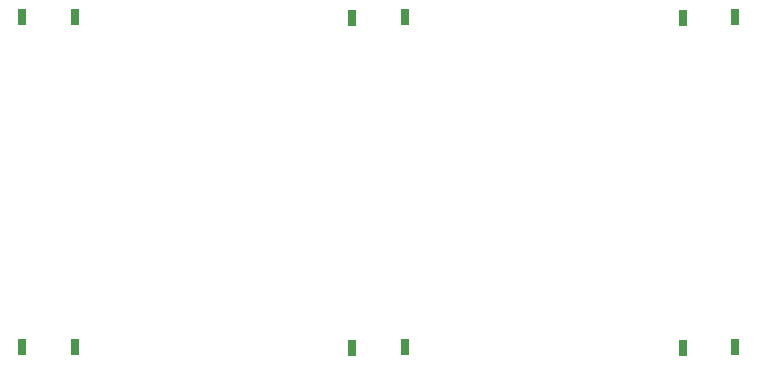
<source format=gtp>
G04 MADE WITH FRITZING*
G04 WWW.FRITZING.ORG*
G04 DOUBLE SIDED*
G04 HOLES PLATED*
G04 CONTOUR ON CENTER OF CONTOUR VECTOR*
%ASAXBY*%
%FSLAX23Y23*%
%MOIN*%
%OFA0B0*%
%SFA1.0B1.0*%
%ADD10R,0.027122X0.057023*%
%ADD11R,0.028557X0.057056*%
%ADD12R,0.001000X0.001000*%
%LNPASTEMASK1*%
G90*
G70*
G54D10*
X692Y402D03*
G54D11*
X517Y401D03*
G54D10*
X1792Y401D03*
G54D11*
X1617Y400D03*
G54D10*
X2892Y401D03*
G54D11*
X2718Y400D03*
G54D10*
X692Y1502D03*
G54D11*
X517Y1501D03*
G54D10*
X1792Y1501D03*
G54D11*
X1617Y1500D03*
G54D10*
X2892Y1501D03*
G54D11*
X2718Y1500D03*
G54D12*
D02*
G04 End of PasteMask1*
M02*
</source>
